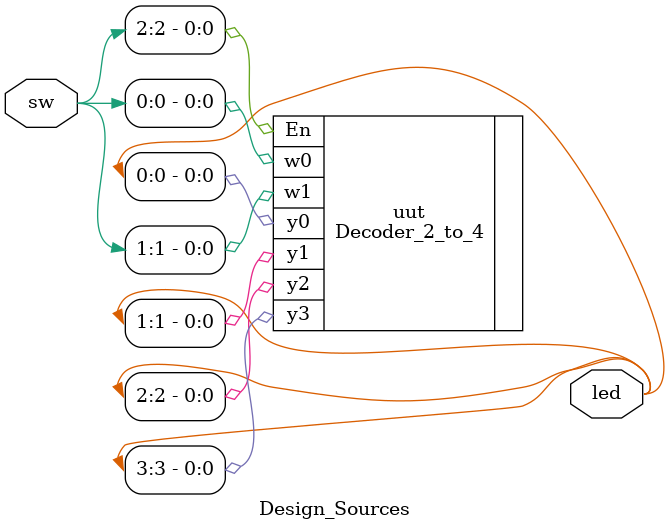
<source format=v>
`timescale 1ns / 1ps


module Design_Sources(
    input [2:0] sw,
    output [3:0] led
    );
    Decoder_2_to_4 uut (
        .w0(sw[0]),
        .w1(sw[1]),
        .En(sw[2]),
        .y0(led[0]),
        .y1(led[1]),
        .y2(led[2]),
        .y3(led[3])
        );
    
    


endmodule

</source>
